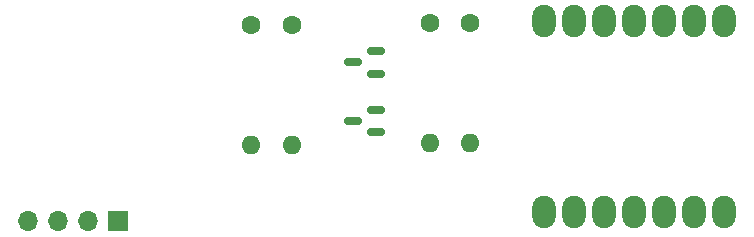
<source format=gbr>
%TF.GenerationSoftware,KiCad,Pcbnew,8.0.6*%
%TF.CreationDate,2024-11-24T09:52:55+11:00*%
%TF.ProjectId,cheating-calc,63686561-7469-46e6-972d-63616c632e6b,rev?*%
%TF.SameCoordinates,Original*%
%TF.FileFunction,Soldermask,Top*%
%TF.FilePolarity,Negative*%
%FSLAX46Y46*%
G04 Gerber Fmt 4.6, Leading zero omitted, Abs format (unit mm)*
G04 Created by KiCad (PCBNEW 8.0.6) date 2024-11-24 09:52:55*
%MOMM*%
%LPD*%
G01*
G04 APERTURE LIST*
G04 Aperture macros list*
%AMRoundRect*
0 Rectangle with rounded corners*
0 $1 Rounding radius*
0 $2 $3 $4 $5 $6 $7 $8 $9 X,Y pos of 4 corners*
0 Add a 4 corners polygon primitive as box body*
4,1,4,$2,$3,$4,$5,$6,$7,$8,$9,$2,$3,0*
0 Add four circle primitives for the rounded corners*
1,1,$1+$1,$2,$3*
1,1,$1+$1,$4,$5*
1,1,$1+$1,$6,$7*
1,1,$1+$1,$8,$9*
0 Add four rect primitives between the rounded corners*
20,1,$1+$1,$2,$3,$4,$5,0*
20,1,$1+$1,$4,$5,$6,$7,0*
20,1,$1+$1,$6,$7,$8,$9,0*
20,1,$1+$1,$8,$9,$2,$3,0*%
G04 Aperture macros list end*
%ADD10RoundRect,0.150000X0.587500X0.150000X-0.587500X0.150000X-0.587500X-0.150000X0.587500X-0.150000X0*%
%ADD11R,1.700000X1.700000*%
%ADD12O,1.700000X1.700000*%
%ADD13C,1.600000*%
%ADD14O,1.600000X1.600000*%
%ADD15RoundRect,1.000000X-0.000010X0.375000X-0.000010X-0.375000X0.000010X-0.375000X0.000010X0.375000X0*%
G04 APERTURE END LIST*
D10*
%TO.C,Q1*%
X122906000Y-64069000D03*
X122906000Y-62169000D03*
X121031000Y-63119000D03*
%TD*%
D11*
%TO.C,J1*%
X101092000Y-71628000D03*
D12*
X98552000Y-71628000D03*
X96012000Y-71628000D03*
X93472000Y-71628000D03*
%TD*%
D13*
%TO.C,R4*%
X112395000Y-54991000D03*
D14*
X112395000Y-65151000D03*
%TD*%
D13*
%TO.C,R2*%
X130876000Y-54864000D03*
D14*
X130876000Y-65024000D03*
%TD*%
D15*
%TO.C,U1*%
X152400000Y-54701000D03*
X149860000Y-54701000D03*
X147320000Y-54701000D03*
X144780000Y-54701000D03*
X142240000Y-54701000D03*
X139700000Y-54701000D03*
X137160000Y-54701000D03*
X137160000Y-70866000D03*
X139700000Y-70866000D03*
X142240000Y-70866000D03*
X144780000Y-70866000D03*
X147320000Y-70866000D03*
X149860000Y-70866000D03*
X152400000Y-70866000D03*
%TD*%
D13*
%TO.C,R3*%
X115824000Y-54991000D03*
D14*
X115824000Y-65151000D03*
%TD*%
D10*
%TO.C,Q2*%
X122906000Y-59116000D03*
X122906000Y-57216000D03*
X121031000Y-58166000D03*
%TD*%
D13*
%TO.C,R1*%
X127508000Y-54864000D03*
D14*
X127508000Y-65024000D03*
%TD*%
M02*

</source>
